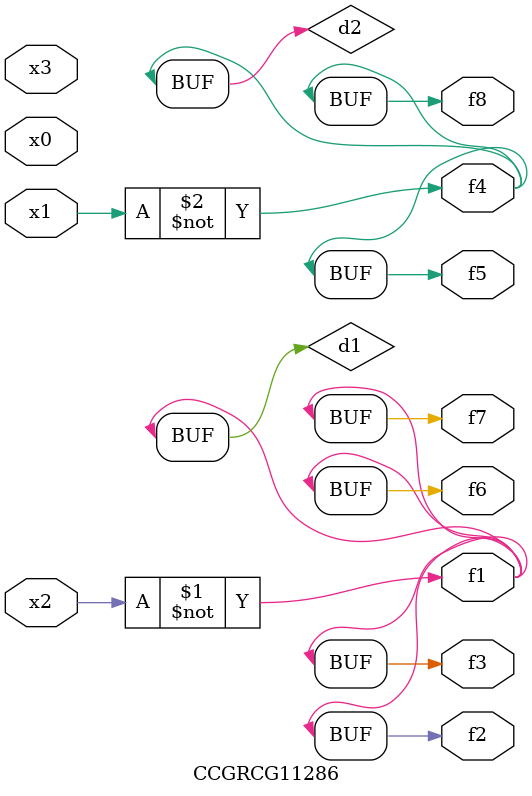
<source format=v>
module CCGRCG11286(
	input x0, x1, x2, x3,
	output f1, f2, f3, f4, f5, f6, f7, f8
);

	wire d1, d2;

	xnor (d1, x2);
	not (d2, x1);
	assign f1 = d1;
	assign f2 = d1;
	assign f3 = d1;
	assign f4 = d2;
	assign f5 = d2;
	assign f6 = d1;
	assign f7 = d1;
	assign f8 = d2;
endmodule

</source>
